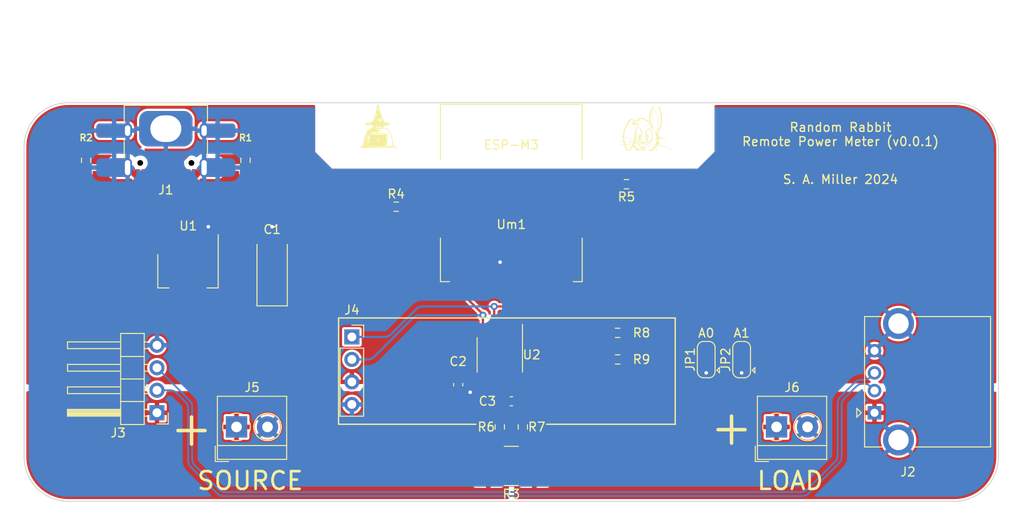
<source format=kicad_pcb>
(kicad_pcb (version 20211014) (generator pcbnew)
  (title_block (title "Remote Power Meter") (date "2024-02-25") (rev "0.0.1") (company "S. A. Miller"))
  (layers (0 "F.Cu" signal) (31 "B.Cu" signal) (34 "B.Paste" user) (35 "F.Paste" user) (36 "B.SilkS" user "B.Silkscreen") (37 "F.SilkS" user "F.Silkscreen") (38 "B.Mask" user) (39 "F.Mask" user) (44 "Edge.Cuts" user))
  (net 0 "")
  (net 1 "GND")
  (net 2 "Vcc")
  (net 3 "/CC1")
  (net 5 "/CC2")
  (net 7 "3v3")
  (net 8 "I2C SCL")
  (net 9 "I2C SDA")
  (net 18 "/Vload")
  (net 19 "/Vsource")
  (net 24 "Net-(C3-Pad1)")
  (net 25 "Net-(C3-Pad2)")
  (net 26 "Net-(JP1-Pad2)")
  (net 27 "Net-(JP2-Pad2)")
  (net 28 "Net-(R8-Pad1)")
  (net 29 "Net-(R9-Pad1)")
  (net 30 "D-")
  (net 31 "D+")
  (footprint "Resistor_SMD:R_0603_1608Metric_Pad0.98x0.95mm_HandSolder" (layer "F.Cu") (at 101.3 101.6 90)
    (fp_text reference "R7" (at 0 1.57 180) (layer "F.SilkS"))
    (fp_text value "10")
    (pad "1" smd roundrect (at -0.9125 0 90) (size 0.975 0.95) (layers "F.Cu" "F.Paste" "F.Mask") (net 18 "/Vload"))
    (pad "2" smd roundrect (at 0.9125 0 90) (size 0.975 0.95) (layers "F.Cu" "F.Paste" "F.Mask") (net 24 "Net-(C3-Pad1)"))
  )
  (footprint "Jumper:SolderJumper-3_P1.3mm_Bridged12_RoundedPad1.0x1.5mm" (layer "F.Cu") (at 122 94 90)
    (fp_text reference "JP1" (at 0 -1.8 90) (layer "F.SilkS"))
    (fp_text value "A0")
    (fp_poly (pts (xy -0.9 -0.3) (xy -0.4 -0.3) (xy -0.4 0.3) (xy -0.9 0.3)) (layer "F.Cu") (width 0) (fill solid))
    (pad "1" smd custom (at -1.3 0 90) (size 1 0.5) (layers "F.Cu" "F.Mask") (net 1 "GND") (options (clearance outline) (anchor rect)) (primitives (gr_circle (center 0 0.25) (end 0.5 0.25) (width 0) (fill yes)) (gr_circle (center 0 -0.25) (end 0.5 -0.25) (width 0) (fill yes)) (gr_poly (pts (xy 0.55 0.75) (xy 0 0.75) (xy 0 -0.75) (xy 0.55 -0.75)) (width 0) (fill yes))))
    (pad "2" smd rect (at 0 0 90) (size 1 1.5) (layers "F.Cu" "F.Mask") (net 26 "Net-(JP1-Pad2)"))
    (pad "3" smd custom (at 1.3 0 90) (size 1 0.5) (layers "F.Cu" "F.Mask") (net 7 "3v3") (options (clearance outline) (anchor rect)) (primitives (gr_circle (center 0 0.25) (end 0.5 0.25) (width 0) (fill yes)) (gr_circle (center 0 -0.25) (end 0.5 -0.25) (width 0) (fill yes)) (gr_poly (pts (xy 0 0.75) (xy -0.55 0.75) (xy -0.55 -0.75) (xy 0 -0.75)) (width 0) (fill yes))))
  )
  (footprint "Tinker:R_0603_1608Metric_Pad0.98x0.95mm_HandSolder" (layer "F.Cu") (at 70 71.5 -90)
    (fp_text reference "R1" (at -2.54 0) (layer "F.SilkS") (effects (font (size 0.75 0.75))))
    (fp_text value "5k1")
    (pad "1" smd roundrect (at -1.0625 0 270) (size 1.275 0.95) (layers "F.Cu" "F.Paste" "F.Mask") (net 3 "/CC1"))
    (pad "2" smd roundrect (at 1.0625 0 270) (size 1.275 0.95) (layers "F.Cu" "F.Paste" "F.Mask") (net 1 "GND"))
  )
  (footprint "Tinker:NerdMage" (layer "F.Cu") (at 85 67.58)
    (fp_text reference "G***" hide)
    (fp_text value "LOGO" hide)
  )
  (footprint "Resistor_SMD:R_0603_1608Metric_Pad0.98x0.95mm_HandSolder" (layer "F.Cu") (at 98.7 101.6 90)
    (fp_text reference "R6" (at 0 -1.53 180) (layer "F.SilkS"))
    (fp_text value "10")
    (pad "1" smd roundrect (at -0.9125 0 90) (size 0.975 0.95) (layers "F.Cu" "F.Paste" "F.Mask") (net 19 "/Vsource"))
    (pad "2" smd roundrect (at 0.9125 0 90) (size 0.975 0.95) (layers "F.Cu" "F.Paste" "F.Mask") (net 25 "Net-(C3-Pad2)"))
  )
  (footprint "Jumper:SolderJumper-3_P1.3mm_Bridged12_RoundedPad1.0x1.5mm" (layer "F.Cu") (at 126 94 90)
    (fp_text reference "JP2" (at 0 -1.8 90) (layer "F.SilkS"))
    (fp_text value "A1")
    (fp_poly (pts (xy -0.9 -0.3) (xy -0.4 -0.3) (xy -0.4 0.3) (xy -0.9 0.3)) (layer "F.Cu") (width 0) (fill solid))
    (pad "1" smd custom (at -1.3 0 90) (size 1 0.5) (layers "F.Cu" "F.Mask") (net 1 "GND") (options (clearance outline) (anchor rect)) (primitives (gr_circle (center 0 0.25) (end 0.5 0.25) (width 0) (fill yes)) (gr_circle (center 0 -0.25) (end 0.5 -0.25) (width 0) (fill yes)) (gr_poly (pts (xy 0.55 0.75) (xy 0 0.75) (xy 0 -0.75) (xy 0.55 -0.75)) (width 0) (fill yes))))
    (pad "2" smd rect (at 0 0 90) (size 1 1.5) (layers "F.Cu" "F.Mask") (net 27 "Net-(JP2-Pad2)"))
    (pad "3" smd custom (at 1.3 0 90) (size 1 0.5) (layers "F.Cu" "F.Mask") (net 7 "3v3") (options (clearance outline) (anchor rect)) (primitives (gr_circle (center 0 0.25) (end 0.5 0.25) (width 0) (fill yes)) (gr_circle (center 0 -0.25) (end 0.5 -0.25) (width 0) (fill yes)) (gr_poly (pts (xy 0 0.75) (xy -0.55 0.75) (xy -0.55 -0.75) (xy 0 -0.75)) (width 0) (fill yes))))
  )
  (footprint "Package_TO_SOT_SMD:SOT-223-3_TabPin2" (layer "F.Cu") (at 63.5 84 -90)
    (fp_text reference "U1" (at -5.095097 -0.025878) (layer "F.SilkS"))
    (fp_text value "AMS1117-3.3")
    (pad "1" smd rect (at -3.15 -2.3 270) (size 2 1.5) (layers "F.Cu" "F.Paste" "F.Mask") (net 1 "GND"))
    (pad "2" smd rect (at 3.15 0 270) (size 2 3.8) (layers "F.Cu" "F.Paste" "F.Mask") (net 7 "3v3"))
    (pad "2" smd rect (at -3.15 0 270) (size 2 1.5) (layers "F.Cu" "F.Paste" "F.Mask") (net 7 "3v3"))
    (pad "3" smd rect (at -3.15 2.3 270) (size 2 1.5) (layers "F.Cu" "F.Paste" "F.Mask") (net 2 "Vcc"))
  )
  (footprint "Connector_USB:USB_A_CONNFLY_DS1095-WNR0" (layer "F.Cu") (at 141 100 90)
    (fp_text reference "J2" (at -6.68 3.78 180) (layer "F.SilkS"))
    (fp_text value "USB_A")
    (pad "1" thru_hole rect (at 0 0 90) (size 1.524 1.524) (drill 0.92) (layers *.Cu *.Mask) (net 18 "/Vload"))
    (pad "2" thru_hole circle (at 2.5 0 90) (size 1.524 1.524) (drill 0.92) (layers *.Cu *.Mask) (net 30 "D-"))
    (pad "3" thru_hole circle (at 4.5 0 90) (size 1.524 1.524) (drill 0.92) (layers *.Cu *.Mask) (net 31 "D+"))
    (pad "4" thru_hole circle (at 7 0 90) (size 1.524 1.524) (drill 0.92) (layers *.Cu *.Mask) (net 1 "GND"))
    (pad "5" thru_hole circle (at -3.07 2.71 90) (size 3.5 3.5) (drill 2.3) (layers *.Cu *.Mask) (net 1 "GND"))
    (pad "5" thru_hole circle (at 10.07 2.71 90) (size 3.5 3.5) (drill 2.3) (layers *.Cu *.Mask) (net 1 "GND"))
  )
  (footprint "Tinker:USB_C_Receptacle_HRO_TYPE-C-31-M-12" (layer "F.Cu") (at 61 69.2 180)
    (fp_text reference "J1" (at 0 -5.645) (layer "F.SilkS"))
    (fp_text value "USB_C_Receptacle_USB2.0")
    (pad "" np_thru_hole circle (at -2.89 -2.6 180) (size 0.65 0.65) (drill 0.65) (layers *.Mask))
    (pad "" np_thru_hole circle (at 2.89 -2.6 180) (size 0.65 0.65) (drill 0.65) (layers *.Mask))
    (pad "A1" smd rect (at -3.25 -4.045 180) (size 0.6 1.45) (layers "F.Cu" "F.Paste" "F.Mask") (net 1 "GND"))
    (pad "A4" smd rect (at -2.45 -4.045 180) (size 0.6 1.45) (layers "F.Cu" "F.Paste" "F.Mask") (net 2 "Vcc"))
    (pad "A5" smd rect (at -1.25 -4.045 180) (size 0.3 1.45) (layers "F.Cu" "F.Paste" "F.Mask") (net 3 "/CC1"))
    (pad "A6" smd rect (at -0.25 -4.045 180) (size 0.3 1.45) (layers "F.Cu" "F.Paste" "F.Mask"))
    (pad "A7" smd rect (at 0.25 -4.045 180) (size 0.3 1.45) (layers "F.Cu" "F.Paste" "F.Mask"))
    (pad "A8" smd rect (at 1.25 -4.045 180) (size 0.3 1.45) (layers "F.Cu" "F.Paste" "F.Mask"))
    (pad "A9" smd rect (at 2.45 -4.045 180) (size 0.6 1.45) (layers "F.Cu" "F.Paste" "F.Mask") (net 2 "Vcc"))
    (pad "A12" smd rect (at 3.25 -4.045 180) (size 0.6 1.45) (layers "F.Cu" "F.Paste" "F.Mask") (net 1 "GND"))
    (pad "B1" smd rect (at 3.25 -4.045 180) (size 0.6 1.45) (layers "F.Cu" "F.Paste" "F.Mask") (net 1 "GND"))
    (pad "B4" smd rect (at 2.45 -4.045 180) (size 0.6 1.45) (layers "F.Cu" "F.Paste" "F.Mask") (net 2 "Vcc"))
    (pad "B5" smd rect (at 1.75 -4.045 180) (size 0.3 1.45) (layers "F.Cu" "F.Paste" "F.Mask") (net 5 "/CC2"))
    (pad "B6" smd rect (at 0.75 -4.045 180) (size 0.3 1.45) (layers "F.Cu" "F.Paste" "F.Mask"))
    (pad "B7" smd rect (at -0.75 -4.045 180) (size 0.3 1.45) (layers "F.Cu" "F.Paste" "F.Mask"))
    (pad "B8" smd rect (at -1.75 -4.045 180) (size 0.3 1.45) (layers "F.Cu" "F.Paste" "F.Mask"))
    (pad "B9" smd rect (at -2.45 -4.045 180) (size 0.6 1.45) (layers "F.Cu" "F.Paste" "F.Mask") (net 2 "Vcc"))
    (pad "B12" smd rect (at -3.25 -4.045 180) (size 0.6 1.45) (layers "F.Cu" "F.Paste" "F.Mask") (net 1 "GND"))
    (pad "S1" smd roundrect (at -5.846965 -3.118205 180) (size 4 2.1) (layers "B.Cu" "B.Paste" "B.Mask") (net 1 "GND"))
    (pad "S1" thru_hole oval (at -4.32 -3.13 180) (size 1 2.1) (drill oval 0.6 1.7) (layers *.Cu *.Mask) (net 1 "GND"))
    (pad "S1" thru_hole oval (at 4.32 1.05 180) (size 1 1.6) (drill oval 0.6 1.2) (layers *.Cu *.Mask) (net 1 "GND"))
    (pad "S1" thru_hole oval (at 4.32 -3.13 180) (size 1 2.1) (drill oval 0.6 1.7) (layers *.Cu *.Mask) (net 1 "GND"))
    (pad "S1" smd roundrect (at 5.846965 1.05 180) (size 4 1.6) (layers "B.Cu" "B.Paste" "B.Mask") (net 1 "GND"))
    (pad "S1" smd roundrect (at -5.846965 1.05 180) (size 4 1.6) (layers "B.Cu" "B.Paste" "B.Mask") (net 1 "GND"))
    (pad "S1" smd roundrect (at 5.846965 1.05 180) (size 4 1.6) (layers "F.Cu" "F.Paste" "F.Mask") (net 1 "GND"))
    (pad "S1" thru_hole roundrect (at 0 1.27) (size 6 4) (drill oval 3.5 3) (layers *.Cu *.Mask) (net 1 "GND"))
    (pad "S1" smd roundrect (at -5.096965 -3.118205 180) (size 2.5 2.1) (layers "F.Cu" "F.Paste" "F.Mask") (net 1 "GND"))
    (pad "S1" smd roundrect (at 5.846965 -3.118205 180) (size 4 2.1) (layers "B.Cu" "B.Paste" "B.Mask") (net 1 "GND"))
    (pad "S1" thru_hole oval (at -4.32 1.05 180) (size 1 1.6) (drill oval 0.6 1.2) (layers *.Cu *.Mask) (net 1 "GND"))
    (pad "S1" smd roundrect (at 5.096965 -3.118205 180) (size 2.5 2.1) (layers "F.Cu" "F.Paste" "F.Mask") (net 1 "GND"))
    (pad "S1" smd roundrect (at -5.846965 1.05 180) (size 4 1.6) (layers "F.Cu" "F.Paste" "F.Mask") (net 1 "GND"))
  )
  (footprint "Tinker:DagNabbit" (layer "F.Cu") (at 115 68.58)
    (fp_text reference "REF**" hide)
    (fp_text value "DagNabbit" hide)
  )
  (footprint "Capacitor_SMD:C_0603_1608Metric_Pad1.08x0.95mm_HandSolder" (layer "F.Cu") (at 100 98.7 180)
    (fp_text reference "C3" (at 2.695794 0.005844) (layer "F.SilkS"))
    (fp_text value "0.1")
    (pad "1" smd roundrect (at -0.8625 0 180) (size 1.075 0.95) (layers "F.Cu" "F.Paste" "F.Mask") (net 24 "Net-(C3-Pad1)"))
    (pad "2" smd roundrect (at 0.8625 0 180) (size 1.075 0.95) (layers "F.Cu" "F.Paste" "F.Mask") (net 25 "Net-(C3-Pad2)"))
  )
  (footprint "Resistor_SMD:R_0603_1608Metric_Pad0.98x0.95mm_HandSolder" (layer "F.Cu") (at 112 93.98)
    (fp_text reference "R9" (at 2.7 0) (layer "F.SilkS"))
    (fp_text value "10K")
    (pad "1" smd roundrect (at -0.9125 0) (size 0.975 0.95) (layers "F.Cu" "F.Paste" "F.Mask") (net 29 "Net-(R9-Pad1)"))
    (pad "2" smd roundrect (at 0.9125 0) (size 0.975 0.95) (layers "F.Cu" "F.Paste" "F.Mask") (net 26 "Net-(JP1-Pad2)"))
  )
  (footprint "Connector_PinHeader_2.54mm:PinHeader_1x04_P2.54mm_Horizontal" (layer "F.Cu") (at 60 100 180)
    (fp_text reference "J3" (at 4.385 -2.27) (layer "F.SilkS"))
    (fp_text value "Conn_01x04_Male")
    (pad "1" thru_hole rect (at 0 0 180) (size 1.7 1.7) (drill 1) (layers *.Cu *.Mask) (net 19 "/Vsource"))
    (pad "2" thru_hole oval (at 0 2.54 180) (size 1.7 1.7) (drill 1) (layers *.Cu *.Mask) (net 30 "D-"))
    (pad "3" thru_hole oval (at 0 5.08 180) (size 1.7 1.7) (drill 1) (layers *.Cu *.Mask) (net 31 "D+"))
    (pad "4" thru_hole oval (at 0 7.62 180) (size 1.7 1.7) (drill 1) (layers *.Cu *.Mask) (net 1 "GND"))
  )
  (footprint "Capacitor_SMD:C_0603_1608Metric_Pad1.08x0.95mm_HandSolder" (layer "F.Cu") (at 94.009792 96.831265 -90)
    (fp_text reference "C2" (at -2.6219 0.017885 180) (layer "F.SilkS"))
    (fp_text value "0.1")
    (pad "1" smd roundrect (at -0.8625 0 270) (size 1.075 0.95) (layers "F.Cu" "F.Paste" "F.Mask") (net 7 "3v3"))
    (pad "2" smd roundrect (at 0.8625 0 270) (size 1.075 0.95) (layers "F.Cu" "F.Paste" "F.Mask") (net 1 "GND"))
  )
  (footprint "Capacitor_Tantalum_SMD:CP_EIA-6032-28_Kemet-C_Pad2.25x2.35mm_HandSolder" (layer "F.Cu") (at 73 84 90)
    (fp_text reference "C1" (at 4.69414 0.000298) (layer "F.SilkS"))
    (fp_text value "22uf")
    (pad "1" smd roundrect (at -2.55 0 90) (size 2.25 2.35) (layers "F.Cu" "F.Paste" "F.Mask") (roundrect_rratio 0.111111) (net 7 "3v3"))
    (pad "2" smd roundrect (at 2.55 0 90) (size 2.25 2.35) (layers "F.Cu" "F.Paste" "F.Mask") (roundrect_rratio 0.111111) (net 1 "GND"))
  )
  (footprint "Package_SO:SOIC-8_3.9x4.9mm_P1.27mm" (layer "F.Cu") (at 98.7 93.456899 -90)
    (fp_text reference "U2" (at 0 -3.6 180) (layer "F.SilkS"))
    (fp_text value "INA219AxD")
    (pad "1" smd roundrect (at -2.475 -1.905 270) (size 1.95 0.6) (layers "F.Cu" "F.Paste" "F.Mask") (net 28 "Net-(R8-Pad1)"))
    (pad "2" smd roundrect (at -2.475 -0.635 270) (size 1.95 0.6) (layers "F.Cu" "F.Paste" "F.Mask") (net 29 "Net-(R9-Pad1)"))
    (pad "3" smd roundrect (at -2.475 0.635 270) (size 1.95 0.6) (layers "F.Cu" "F.Paste" "F.Mask") (net 9 "I2C SDA"))
    (pad "4" smd roundrect (at -2.475 1.905 270) (size 1.95 0.6) (layers "F.Cu" "F.Paste" "F.Mask") (net 8 "I2C SCL"))
    (pad "5" smd roundrect (at 2.475 1.905 270) (size 1.95 0.6) (layers "F.Cu" "F.Paste" "F.Mask") (net 7 "3v3"))
    (pad "6" smd roundrect (at 2.475 0.635 270) (size 1.95 0.6) (layers "F.Cu" "F.Paste" "F.Mask") (net 1 "GND"))
    (pad "7" smd roundrect (at 2.475 -0.635 270) (size 1.95 0.6) (layers "F.Cu" "F.Paste" "F.Mask") (net 25 "Net-(C3-Pad2)"))
    (pad "8" smd roundrect (at 2.475 -1.905 270) (size 1.95 0.6) (layers "F.Cu" "F.Paste" "F.Mask") (net 24 "Net-(C3-Pad1)"))
  )
  (footprint "TerminalBlock_4Ucon:TerminalBlock_4Ucon_1x02_P3.50mm_Horizontal" (layer "F.Cu") (at 68.98 101.6)
    (fp_text reference "J5" (at 1.75 -4.46) (layer "F.SilkS"))
    (fp_text value "Conn_01x02")
    (pad "1" thru_hole rect (at 0 0) (size 2.4 2.4) (drill 1.2) (layers *.Cu *.Mask) (net 19 "/Vsource"))
    (pad "2" thru_hole circle (at 3.5 0) (size 2.4 2.4) (drill 1.2) (layers *.Cu *.Mask) (net 1 "GND"))
  )
  (footprint "Resistor_SMD:R_0603_1608Metric_Pad0.98x0.95mm_HandSolder" (layer "F.Cu") (at 87 76.74)
    (fp_text reference "R4" (at 0 -1.43) (layer "F.SilkS"))
    (fp_text value "10K")
    (pad "1" smd roundrect (at -0.9125 0) (size 0.975 0.95) (layers "F.Cu" "F.Paste" "F.Mask") (net 7 "3v3"))
    (pad "2" smd roundrect (at 0.9125 0) (size 0.975 0.95) (layers "F.Cu" "F.Paste" "F.Mask") (net 8 "I2C SCL"))
  )
  (footprint "Resistor_SMD:R_0603_1608Metric_Pad0.98x0.95mm_HandSolder" (layer "F.Cu") (at 112 90.981899)
    (fp_text reference "R8" (at 2.7 0) (layer "F.SilkS"))
    (fp_text value "10K")
    (pad "1" smd roundrect (at -0.9125 0) (size 0.975 0.95) (layers "F.Cu" "F.Paste" "F.Mask") (net 28 "Net-(R8-Pad1)"))
    (pad "2" smd roundrect (at 0.9125 0) (size 0.975 0.95) (layers "F.Cu" "F.Paste" "F.Mask") (net 27 "Net-(JP2-Pad2)"))
  )
  (footprint "TerminalBlock_4Ucon:TerminalBlock_4Ucon_1x02_P3.50mm_Horizontal" (layer "F.Cu") (at 129.94 101.6)
    (fp_text reference "J6" (at 1.75 -4.46) (layer "F.SilkS"))
    (fp_text value "Conn_01x02")
    (pad "1" thru_hole rect (at 0 0) (size 2.4 2.4) (drill 1.2) (layers *.Cu *.Mask) (net 18 "/Vload"))
    (pad "2" thru_hole circle (at 3.5 0) (size 2.4 2.4) (drill 1.2) (layers *.Cu *.Mask) (net 1 "GND"))
  )
  (footprint "Tinker:ESP-M3" (layer "F.Cu") (at 100 75.2)
    (fp_text reference "Um1" (at 0 3.54 unlocked) (layer "F.SilkS"))
    (fp_text value "ESP-M3")
    (fp_text user "ESP-M3" (at 0 -5.4475 unlocked) (layer "F.SilkS"))
    (pad "1" smd rect (at -7.62 -1) (size 2.6 1.1) (layers "F.Cu" "F.Paste" "F.Mask"))
    (pad "2" smd rect (at -7.62 1.54) (size 2.6 1.1) (layers "F.Cu" "F.Paste" "F.Mask") (net 8 "I2C SCL"))
    (pad "3" smd rect (at -7.62 4.08) (size 2.6 1.1) (layers "F.Cu" "F.Paste" "F.Mask"))
    (pad "4" smd rect (at -6.35 10 90) (size 1.8 1.1) (layers "F.Cu" "F.Paste" "F.Mask"))
    (pad "5" smd rect (at -3.81 10 90) (size 1.8 1.1) (layers "F.Cu" "F.Paste" "F.Mask") (net 7 "3v3"))
    (pad "6" smd rect (at -1.27 10 90) (size 1.8 1.1) (layers "F.Cu" "F.Paste" "F.Mask") (net 1 "GND"))
    (pad "7" smd rect (at 1.27 10 90) (size 1.8 1.1) (layers "F.Cu" "F.Paste" "F.Mask"))
    (pad "8" smd rect (at 3.81 10 90) (size 1.8 1.1) (layers "F.Cu" "F.Paste" "F.Mask"))
    (pad "9" smd rect (at 6.35 10 90) (size 1.8 1.1) (layers "F.Cu" "F.Paste" "F.Mask"))
    (pad "10" smd rect (at 7.78 4.08) (size 2.6 1.1) (layers "F.Cu" "F.Paste" "F.Mask"))
    (pad "11" smd rect (at 7.78 1.54) (size 2.6 1.1) (layers "F.Cu" "F.Paste" "F.Mask"))
    (pad "12" smd rect (at 7.78 -1) (size 2.6 1.1) (layers "F.Cu" "F.Paste" "F.Mask") (net 9 "I2C SDA"))
    (zone (net 0) (net_name "") (layers *.Cu) (name "Antenna") (connect_pads (clearance 0)) (min_thickness 0.254)
      (keepout (tracks not_allowed) (vias not_allowed) (pads not_allowed) (copperpour not_allowed) (footprints not_allowed))
      (fill (thermal_gap 0.508) (thermal_bridge_width 0.508))
      (polygon (pts (xy 122.94 70.55) (xy 121.035 72.455) (xy 79.76 72.455) (xy 77.855 70.55) (xy 77.855 55.31) (xy 79.76 53.405) (xy 121.035 53.405) (xy 122.94 55.31)))
    )
  )
  (footprint "Connector_PinSocket_2.54mm:PinSocket_1x04_P2.54mm_Vertical" (layer "F.Cu") (at 82 91.44)
    (fp_text reference "J4" (at 0 -3.04) (layer "F.SilkS"))
    (fp_text value "Conn_01x04_Female")
    (pad "1" thru_hole rect (at 0 0) (size 1.7 1.7) (drill 1) (layers *.Cu *.Mask) (net 9 "I2C SDA"))
    (pad "2" thru_hole oval (at 0 2.54) (size 1.7 1.7) (drill 1) (layers *.Cu *.Mask) (net 8 "I2C SCL"))
    (pad "3" thru_hole oval (at 0 5.08) (size 1.7 1.7) (drill 1) (layers *.Cu *.Mask) (net 7 "3v3"))
    (pad "4" thru_hole oval (at 0 7.62) (size 1.7 1.7) (drill 1) (layers *.Cu *.Mask) (net 1 "GND"))
  )
  (footprint "Resistor_SMD:R_0603_1608Metric_Pad0.98x0.95mm_HandSolder" (layer "F.Cu") (at 113 74.2 180)
    (fp_text reference "R5" (at 0 -1.43) (layer "F.SilkS"))
    (fp_text value "10K")
    (pad "1" smd roundrect (at -0.9125 0 180) (size 0.975 0.95) (layers "F.Cu" "F.Paste" "F.Mask") (net 7 "3v3"))
    (pad "2" smd roundrect (at 0.9125 0 180) (size 0.975 0.95) (layers "F.Cu" "F.Paste" "F.Mask") (net 9 "I2C SDA"))
  )
  (footprint "Tinker:R_0603_1608Metric_Pad0.98x0.95mm_HandSolder" (layer "F.Cu") (at 52 71.5 -90)
    (fp_text reference "R2" (at -2.54 0) (layer "F.SilkS") (effects (font (size 0.75 0.75))))
    (fp_text value "5k1")
    (pad "1" smd roundrect (at -1.0625 0 270) (size 1.275 0.95) (layers "F.Cu" "F.Paste" "F.Mask") (net 5 "/CC2"))
    (pad "2" smd roundrect (at 1.0625 0 270) (size 1.275 0.95) (layers "F.Cu" "F.Paste" "F.Mask") (net 1 "GND"))
  )
  (footprint "Resistor_SMD:R_2816_7142Metric_Pad3.20x4.45mm_HandSolder" (layer "F.Cu") (at 100 106 180)
    (fp_text reference "R3" (at 0 -3.18) (layer "F.SilkS"))
    (fp_text value "0.1")
    (pad "1" smd roundrect (at -2.6 0 180) (size 3.2 4.45) (layers "F.Cu" "F.Paste" "F.Mask") (roundrect_rratio 0.078125) (net 18 "/Vload"))
    (pad "2" smd roundrect (at 2.6 0 180) (size 3.2 4.45) (layers "F.Cu" "F.Paste" "F.Mask") (roundrect_rratio 0.078125) (net 19 "/Vsource"))
  )
  (gr_line (start 118.5 101.3) (end 104 101.3) (layer "F.SilkS") (width 0.15))
  (gr_line (start 118.5 89.3) (end 118.5 101.3) (layer "F.SilkS") (width 0.15))
  (gr_line (start 80.5 89.3) (end 80.5 101.3) (layer "F.SilkS") (width 0.15))
  (gr_line (start 80.5 89.3) (end 118.5 89.3) (layer "F.SilkS") (width 0.15))
  (gr_line (start 96 101.3) (end 80.5 101.3) (layer "F.SilkS") (width 0.15))
  (gr_line (start 150 110) (end 50 110) (layer "Edge.Cuts") (width 0.1))
  (gr_line (start 155 70) (end 155 105) (layer "Edge.Cuts") (width 0.1))
  (gr_line (start 50 65) (end 150 65) (layer "Edge.Cuts") (width 0.1))
  (gr_arc (start 150 65) (mid 153.535534 66.464466) (end 155 70) (layer "Edge.Cuts") (width 0.1))
  (gr_arc (start 50 110) (mid 46.464466 108.535534) (end 45 105) (layer "Edge.Cuts") (width 0.1))
  (gr_arc (start 155 105) (mid 153.535534 108.535534) (end 150 110) (layer "Edge.Cuts") (width 0.1))
  (gr_line (start 45 105) (end 45 70) (layer "Edge.Cuts") (width 0.1))
  (gr_arc (start 45 70) (mid 46.464466 66.464466) (end 50 65) (layer "Edge.Cuts") (width 0.1))
  (gr_text "+" (at 63.9 101.7) (layer "F.SilkS") (effects (font (size 4 4) (thickness 0.4))))
  (gr_text "A1" (at 126 91) (layer "F.SilkS") (effects (font (size 1 1))))
  (gr_text "Random Rabbit\n${TITLE} (v${REVISION})" (at 137.16 68.58) (layer "F.SilkS") (effects (font (size 1 1))))
  (gr_text "A0" (at 122 91) (layer "F.SilkS") (effects (font (size 1 1))))
  (gr_text "LOAD" (at 131.48 107.68) (layer "F.SilkS") (effects (font (size 2 2) (thickness 0.3))))
  (gr_text "SOURCE" (at 70.52 107.68) (layer "F.SilkS") (effects (font (size 2 2) (thickness 0.3))))
  (gr_text "S. A. Miller 2024" (at 137.16 73.66) (layer "F.SilkS") (effects (font (size 1 1))))
  (gr_text "+" (at 124.86 101.6) (layer "F.SilkS") (effects (font (size 4 4) (thickness 0.4))))
  (segment (start 64.25 73.245) (end 64.405 73.245) (width 0.6) (layer "F.Cu") (net 1))
  (segment (start 98.73 85.2) (end 98.73 83) (width 0.25) (layer "F.Cu") (net 1))
  (segment (start 65.8 80.85) (end 65.8 79) (width 0.25) (layer "F.Cu") (net 1))
  (segment (start 98.065 96.30865) (end 96.980253 97.393397) (width 0.25) (layer "F.Cu") (net 1))
  (segment (start 98.065 95.931899) (end 98.065 96.30865) (width 0.25) (layer "F.Cu") (net 1))
  (segment (start 69.755705 72.318205) (end 66.096965 72.318205) (width 0.25) (layer "F.Cu") (net 1))
  (segment (start 52 72.5625) (end 52.244295 72.318205) (width 0.25) (layer "F.Cu") (net 1))
  (segment (start 96.273146 97.68629) (end 95.351887 97.68629) (width 0.25) (layer "F.Cu") (net 1))
  (segment (start 70 72.5625) (end 69.755705 72.318205) (width 0.25) (layer "F.Cu") (net 1))
  (segment (start 64.405 73.245) (end 65.32 72.33) (width 0.6) (layer "F.Cu") (net 1))
  (segment (start 73 81.45) (end 73 79) (width 0.25) (layer "F.Cu") (net 1))
  (segment (start 95.344412 97.693765) (end 95.351887 97.68629) (width 0.25) (layer "F.Cu") (net 1))
  (segment (start 52.244295 72.318205) (end 55.903035 72.318205) (width 0.25) (layer "F.Cu") (net 1))
  (segment (start 57.595 73.245) (end 56.68 72.33) (width 0.6) (layer "F.Cu") (net 1))
  (segment (start 94.009792 97.693765) (end 95.344412 97.693765) (width 0.25) (layer "F.Cu") (net 1))
  (segment (start 57.75 73.245) (end 57.595 73.245) (width 0.6) (layer "F.Cu") (net 1))
  (via (at 98.73 83) (size 0.8) (drill 0.4) (layers "F.Cu" "B.Cu") (net 1))
  (via (at 95.351887 97.68629) (size 0.8) (drill 0.4) (layers "F.Cu" "B.Cu") (net 1))
  (via (at 126 95.5) (size 0.8) (drill 0.4) (layers "F.Cu" "B.Cu") (net 1))
  (via (at 73 79) (size 0.8) (drill 0.4) (layers "F.Cu" "B.Cu") (net 1))
  (via (at 65.8 79) (size 0.8) (drill 0.4) (layers "F.Cu" "B.Cu") (net 1))
  (via (at 122 95.5) (size 0.8) (drill 0.4) (layers "F.Cu" "B.Cu") (net 1))
  (arc (start 96.980253 97.393397) (mid 96.65583 97.61017) (end 96.273146 97.68629) (width 0.25) (layer "F.Cu") (net 1))
  (segment (start 61.2 80.85) (end 61.2 76.472588) (width 0.6) (layer "F.Cu") (net 2))
  (segment (start 62.749427 76.123401) (end 63.157107 75.715721) (width 0.6) (layer "F.Cu") (net 2))
  (segment (start 61.2 76.472588) (end 61.143706 76.416294) (width 0.6) (layer "F.Cu") (net 2))
  (segment (start 58.55 73.245) (end 58.55 74.969988) (width 0.6) (layer "F.Cu") (net 2))
  (segment (start 63.45 75.008614) (end 63.45 73.245) (width 0.6) (layer "F.Cu") (net 2))
  (segment (start 59.996306 76.416294) (end 61.143706 76.416294) (width 0.6) (layer "F.Cu") (net 2))
  (segment (start 58.842893 75.677095) (end 59.289199 76.123401) (width 0.6) (layer "F.Cu") (net 2))
  (segment (start 61.143706 76.416294) (end 62.04232 76.416294) (width 0.6) (layer "F.Cu") (net 2))
  (arc (start 59.996306 76.416294) (mid 59.613623 76.340174) (end 59.289199 76.123401) (width 0.6) (layer "F.Cu") (net 2))
  (arc (start 63.157107 75.715721) (mid 63.37388 75.391298) (end 63.45 75.008614) (width 0.6) (layer "F.Cu") (net 2))
  (arc (start 62.749427 76.123401) (mid 62.425004 76.340174) (end 62.04232 76.416294) (width 0.6) (layer "F.Cu") (net 2))
  (arc (start 58.55 74.969988) (mid 58.62612 75.352671) (end 58.842893 75.677095) (width 0.6) (layer "F.Cu") (net 2))
  (segment (start 62.25 72.634214) (end 62.25 73.245) (width 0.25) (layer "F.Cu") (net 3))
  (segment (start 70 70.4375) (end 64.446714 70.4375) (width 0.25) (layer "F.Cu") (net 3))
  (segment (start 63.739607 70.730393) (end 62.542893 71.927107) (width 0.25) (layer "F.Cu") (net 3))
  (arc (start 62.25 72.634214) (mid 62.32612 72.251531) (end 62.542893 71.927107) (width 0.25) (layer "F.Cu") (net 3))
  (arc (start 64.446714 70.4375) (mid 64.064031 70.51362) (end 63.739607 70.730393) (width 0.25) (layer "F.Cu") (net 3))
  (segment (start 52 70.4375) (end 52.046662 70.484162) (width 0.25) (layer "F.Cu") (net 5))
  (segment (start 52.046662 70.484162) (end 57.800709 70.484162) (width 0.25) (layer "F.Cu") (net 5))
  (segment (start 58.507815 70.777055) (end 58.957106 71.226346) (width 0.25) (layer "F.Cu") (net 5))
  (segment (start 59.25 71.933453) (end 59.25 73.245) (width 0.25) (layer "F.Cu") (net 5))
  (arc (start 57.800709 70.484162) (mid 58.183392 70.560282) (end 58.507815 70.777055) (width 0.25) (layer "F.Cu") (net 5))
  (arc (start 58.957106 71.226346) (mid 59.173879 71.550769) (end 59.25 71.933453) (width 0.25) (layer "F.Cu") (net 5))
  (segment (start 94.046658 95.931899) (end 96.795 95.931899) (width 0.25) (layer "F.Cu") (net 7))
  (segment (start 94.009792 95.968765) (end 94.046658 95.931899) (width 0.25) (layer "F.Cu") (net 7))
  (segment (start 96.795 88.88757) (end 95.292893 87.385463) (width 0.25) (layer "F.Cu") (net 8))
  (segment (start 96.795 90.981899) (end 96.795 89) (width 0.25) (layer "F.Cu") (net 8))
  (segment (start 92.38 76.74) (end 93.205786 76.74) (width 0.25) (layer "F.Cu") (net 8))
  (segment (start 87.9125 76.74) (end 92.38 76.74) (width 0.25) (layer "F.Cu") (net 8))
  (segment (start 96.795 89) (end 96.795 88.88757) (width 0.25) (layer "F.Cu") (net 8))
  (segment (start 95 78.534214) (end 95 86.678356) (width 0.25) (layer "F.Cu") (net 8))
  (segment (start 93.912893 77.032893) (end 94.707107 77.827107) (width 0.25) (layer "F.Cu") (net 8))
  (via (at 96.795 89) (size 0.8) (drill 0.4) (layers "F.Cu" "B.Cu") (net 8))
  (arc (start 95 86.678356) (mid 95.07612 87.061039) (end 95.292893 87.385463) (width 0.25) (layer "F.Cu") (net 8))
  (arc (start 93.912893 77.032893) (mid 93.58847 76.81612) (end 93.205786 76.74) (width 0.25) (layer "F.Cu") (net 8))
  (arc (start 95 78.534214) (mid 94.92388 78.151531) (end 94.707107 77.827107) (width 0.25) (layer "F.Cu") (net 8))
  (segment (start 89.614214 89) (end 96.795 89) (width 0.25) (layer "B.Cu") (net 8))
  (segment (start 82 93.98) (end 83.805786 93.98) (width 0.25) (layer "B.Cu") (net 8))
  (segment (start 84.512893 93.687107) (end 88.907107 89.292893) (width 0.25) (layer "B.Cu") (net 8))
  (arc (start 83.805786 93.98) (mid 84.188469 93.90388) (end 84.512893 93.687107) (width 0.25) (layer "B.Cu") (net 8))
  (arc (start 88.907107 89.292893) (mid 89.23153 89.07612) (end 89.614214 89) (width 0.25) (layer "B.Cu") (net 8))
  (segment (start 103.781644 87.707107) (end 104.707107 86.781644) (width 0.25) (layer "F.Cu") (net 9))
  (segment (start 105 76.154214) (end 105 86.074537) (width 0.25) (layer "F.Cu") (net 9))
  (segment (start 98.065 88) (end 103.074537 88) (width 0.25) (layer "F.Cu") (net 9))
  (segment (start 106.247107 74.492893) (end 105.292893 75.447107) (width 0.25) (layer "F.Cu") (net 9))
  (segment (start 112.0875 74.2) (end 107.78 74.2) (width 0.25) (layer "F.Cu") (net 9))
  (segment (start 98.065 90.981899) (end 98.065 88) (width 0.25) (layer "F.Cu") (net 9))
  (segment (start 107.78 74.2) (end 106.954214 74.2) (width 0.25) (layer "F.Cu") (net 9))
  (via (at 98.065 88) (size 0.8) (drill 0.4) (layers "F.Cu" "B.Cu") (net 9))
  (arc (start 106.247107 74.492893) (mid 106.57153 74.27612) (end 106.954214 74.2) (width 0.25) (layer "F.Cu") (net 9))
  (arc (start 105 86.074537) (mid 104.92388 86.45722) (end 104.707107 86.781644) (width 0.25) (layer "F.Cu") (net 9))
  (arc (start 103.074537 88) (mid 103.45722 87.92388) (end 103.781644 87.707107) (width 0.25) (layer "F.Cu") (net 9))
  (arc (start 105.292893 75.447107) (mid 105.07612 75.77153) (end 105 76.154214) (width 0.25) (layer "F.Cu") (net 9))
  (segment (start 82 91.44) (end 85.70939 91.44) (width 0.25) (layer "B.Cu") (net 9))
  (segment (start 89.977818 88) (end 98.065 88) (width 0.25) (layer "B.Cu") (net 9))
  (segment (start 86.416497 91.147107) (end 89.270711 88.292893) (width 0.25) (layer "B.Cu") (net 9))
  (arc (start 86.416497 91.147107) (mid 86.092074 91.36388) (end 85.70939 91.44) (width 0.25) (layer "B.Cu") (net 9))
  (arc (start 89.270711 88.292893) (mid 89.595134 88.07612) (end 89.977818 88) (width 0.25) (layer "B.Cu") (net 9))
  (segment (start 100.605 95.931899) (end 100.605 99.578286) (width 0.25) (layer "F.Cu") (net 24))
  (segment (start 100.897893 100.285393) (end 101.3 100.6875) (width 0.25) (layer "F.Cu") (net 24))
  (arc (start 100.605 99.578286) (mid 100.68112 99.960969) (end 100.897893 100.285393) (width 0.25) (layer "F.Cu") (net 24))
  (segment (start 99.335 95.931899) (end 99.335 99.638286) (width 0.25) (layer "F.Cu") (net 25))
  (segment (start 99.042107 100.345393) (end 98.7 100.6875) (width 0.25) (layer "F.Cu") (net 25))
  (arc (start 99.335 99.638286) (mid 99.25888 100.020969) (end 99.042107 100.345393) (width 0.25) (layer "F.Cu") (net 25))
  (segment (start 112.9325 94) (end 122 94) (width 0.25) (layer "F.Cu") (net 26))
  (segment (start 112.9125 93.98) (end 112.9325 94) (width 0.25) (layer "F.Cu") (net 26))
  (segment (start 127.157837 94) (end 126 94) (width 0.25) (layer "F.Cu") (net 27))
  (segment (start 128.146166 92.60038) (end 128.146166 93.425885) (width 0.25) (layer "F.Cu") (net 27))
  (segment (start 127.234792 91.274792) (end 127.853273 91.893273) (width 0.25) (layer "F.Cu") (net 27))
  (segment (start 112.9125 90.981899) (end 126.527685 90.981899) (width 0.25) (layer "F.Cu") (net 27))
  (segment (start 128.146166 93.425885) (end 127.864944 93.707107) (width 0.25) (layer "F.Cu") (net 27))
  (arc (start 127.157837 94) (mid 127.54052 93.92388) (end 127.864944 93.707107) (width 0.25) (layer "F.Cu") (net 27))
  (arc (start 128.146166 92.60038) (mid 128.070046 92.217697) (end 127.853273 91.893273) (width 0.25) (layer "F.Cu") (net 27))
  (arc (start 127.234792 91.274792) (mid 126.910369 91.058019) (end 126.527685 90.981899) (width 0.25) (layer "F.Cu") (net 27))
  (segment (start 100.605 90.981899) (end 111.0875 90.981899) (width 0.25) (layer "F.Cu") (net 28))
  (segment (start 99.627893 92.928225) (end 100.386775 93.687107) (width 0.25) (layer "F.Cu") (net 29))
  (segment (start 101.093882 93.98) (end 111.0875 93.98) (width 0.25) (layer "F.Cu") (net 29))
  (segment (start 99.335 90.981899) (end 99.335 92.221118) (width 0.25) (layer "F.Cu") (net 29))
  (arc (start 100.386775 93.687107) (mid 100.711199 93.90388) (end 101.093882 93.98) (width 0.25) (layer "F.Cu") (net 29))
  (arc (start 99.335 92.221118) (mid 99.41112 92.603802) (end 99.627893 92.928225) (width 0.25) (layer "F.Cu") (net 29))
  (segment (start 137.584926 98.389725) (end 138.956757 97.017894) (width 0.2) (layer "B.Cu") (net 30))
  (segment (start 133.580485 109.106745) (end 136.99914 105.68809) (width 0.2) (layer "B.Cu") (net 30))
  (segment (start 137.292033 104.980983) (end 137.292033 99.096832) (width 0.2) (layer "B.Cu") (net 30))
  (segment (start 63.812912 106.118383) (end 66.801274 109.106745) (width 0.2) (layer "B.Cu") (net 30))
  (segment (start 62.196496 97.752893) (end 63.227126 98.783523) (width 0.2) (layer "B.Cu") (net 30))
  (segment (start 139.663864 96.725001) (end 139.810787 96.725001) (width 0.2) (layer "B.Cu") (net 30))
  (segment (start 63.520019 99.49063) (end 63.520019 105.411276) (width 0.2) (layer "B.Cu") (net 30))
  (segment (start 140.517894 97.017894) (end 141 97.5) (width 0.2) (layer "B.Cu") (net 30))
  (segment (start 60 97.46) (end 61.489389 97.46) (width 0.2) (layer "B.Cu") (net 30))
  (segment (start 67.508381 109.399638) (end 132.873378 109.399638) (width 0.2) (layer "B.Cu") (net 30))
  (arc (start 136.99914 105.68809) (mid 137.215913 105.363667) (end 137.292033 104.980983) (width 0.2) (layer "B.Cu") (net 30))
  (arc (start 133.580485 109.106745) (mid 133.256062 109.323518) (end 132.873378 109.399638) (width 0.2) (layer "B.Cu") (net 30))
  (arc (start 63.227126 98.783523) (mid 63.443899 99.107946) (end 63.520019 99.49063) (width 0.2) (layer "B.Cu") (net 30))
  (arc (start 62.196496 97.752893) (mid 61.872073 97.53612) (end 61.489389 97.46) (width 0.2) (layer "B.Cu") (net 30))
  (arc (start 63.812912 106.118383) (mid 63.596139 105.79396) (end 63.520019 105.411276) (width 0.2) (layer "B.Cu") (net 30))
  (arc (start 137.584926 98.389725) (mid 137.368153 98.714148) (end 137.292033 99.096832) (width 0.2) (layer "B.Cu") (net 30))
  (arc (start 138.956757 97.017894) (mid 139.28118 96.801121) (end 139.663864 96.725001) (width 0.2) (layer "B.Cu") (net 30))
  (arc (start 66.801274 109.106745) (mid 67.125697 109.323518) (end 67.508381 109.399638) (width 0.2) (layer "B.Cu") (net 30))
  (arc (start 140.517894 97.017894) (mid 140.193471 96.801121) (end 139.810787 96.725001) (width 0.2) (layer "B.Cu") (net 30))
  (segment (start 63.970019 99.304233) (end 63.970019 105.224876) (width 0.2) (layer "B.Cu") (net 31))
  (segment (start 133.394085 108.656745) (end 136.54914 105.50169) (width 0.2) (layer "B.Cu") (net 31))
  (segment (start 64.262912 105.931983) (end 66.987674 108.656745) (width 0.2) (layer "B.Cu") (net 31))
  (segment (start 137.134926 98.203325) (end 138.770359 96.567892) (width 0.2) (layer "B.Cu") (net 31))
  (segment (start 67.694781 108.949638) (end 132.686978 108.949638) (width 0.2) (layer "B.Cu") (net 31))
  (segment (start 136.842033 104.794583) (end 136.842033 98.910432) (width 0.2) (layer "B.Cu") (net 31))
  (segment (start 140.517894 95.982106) (end 141 95.5) (width 0.2) (layer "B.Cu") (net 31))
  (segment (start 139.477466 96.274999) (end 139.810787 96.274999) (width 0.2) (layer "B.Cu") (net 31))
  (segment (start 60 94.92) (end 63.677126 98.597126) (width 0.2) (layer "B.Cu") (net 31))
  (arc (start 63.677126 98.597126) (mid 63.893899 98.921549) (end 63.970019 99.304233) (width 0.2) (layer "B.Cu") (net 31))
  (arc (start 64.262912 105.931983) (mid 64.046139 105.60756) (end 63.970019 105.224876) (width 0.2) (layer "B.Cu") (net 31))
  (arc (start 136.54914 105.50169) (mid 136.765913 105.177267) (end 136.842033 104.794583) (width 0.2) (layer "B.Cu") (net 31))
  (arc (start 139.477466 96.274999) (mid 139.094783 96.351119) (end 138.770359 96.567892) (width 0.2) (layer "B.Cu") (net 31))
  (arc (start 67.694781 108.949638) (mid 67.312098 108.873518) (end 66.987674 108.656745) (width 0.2) (layer "B.Cu") (net 31))
  (arc (start 133.394085 108.656745) (mid 133.069662 108.873518) (end 132.686978 108.949638) (width 0.2) (layer "B.Cu") (net 31))
  (arc (start 137.134926 98.203325) (mid 136.918153 98.527748) (end 136.842033 98.910432) (width 0.2) (layer "B.Cu") (net 31))
  (arc (start 140.517894 95.982106) (mid 140.193471 96.198879) (end 139.810787 96.274999) (width 0.2) (layer "B.Cu") (net 31))
  (zone (net 18) (net_name "/Vload") (layer "F.Cu") (connect_pads (clearance 0.254)) (min_thickness 0.254) (fill yes (thermal_gap 0.254) (thermal_bridge_width 0.508))
    (polygon (pts (xy 156.58 111.76) (xy 100.321072 111.760001) (xy 100.321072 97.615728) (xy 156.58 97.615727)))
  )
  (zone (net 19) (net_name "/Vsource") (layer "F.Cu") (connect_pads (clearance 0.254)) (min_thickness 0.254) (fill yes (thermal_gap 0.254) (thermal_bridge_width 0.508))
    (polygon (pts (xy 99.731628 111.76) (xy 42.28 111.76) (xy 42.280001 97.565926) (xy 99.731629 97.565926)))
  )
  (zone (net 7) (net_name "3v3") (layer "F.Cu") (connect_pads (clearance 0.254)) (min_thickness 0.254) (fill yes (thermal_gap 0.254) (thermal_bridge_width 0.508))
    (polygon (pts (xy 156.342638 96.663184) (xy 42.320662 96.811749) (xy 42.279359 63.46987) (xy 156.579986 63.445397)))
  )
  (zone (net 1) (net_name "GND") (layer "B.Cu") (connect_pads (clearance 0.508)) (min_thickness 0.254) (fill yes (thermal_gap 0.508) (thermal_bridge_width 0.508))
    (polygon (pts (xy 157.88 111.76) (xy 43.58 111.76) (xy 43.58 63.5) (xy 157.88 63.5)))
  )
)
</source>
